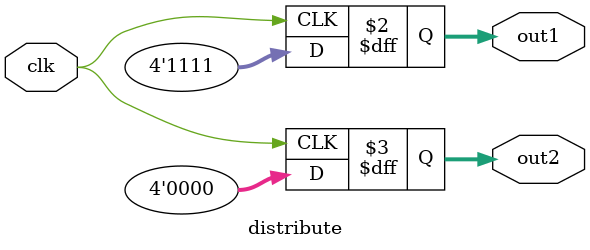
<source format=v>
module distribute(clk,out1,out2);

input clk;

output reg[3:0] out1;
output reg[3:0] out2;

always @(posedge clk)
begin
out1 <= 4'b1111;
out2 <= 4'b0000;
end

endmodule
</source>
